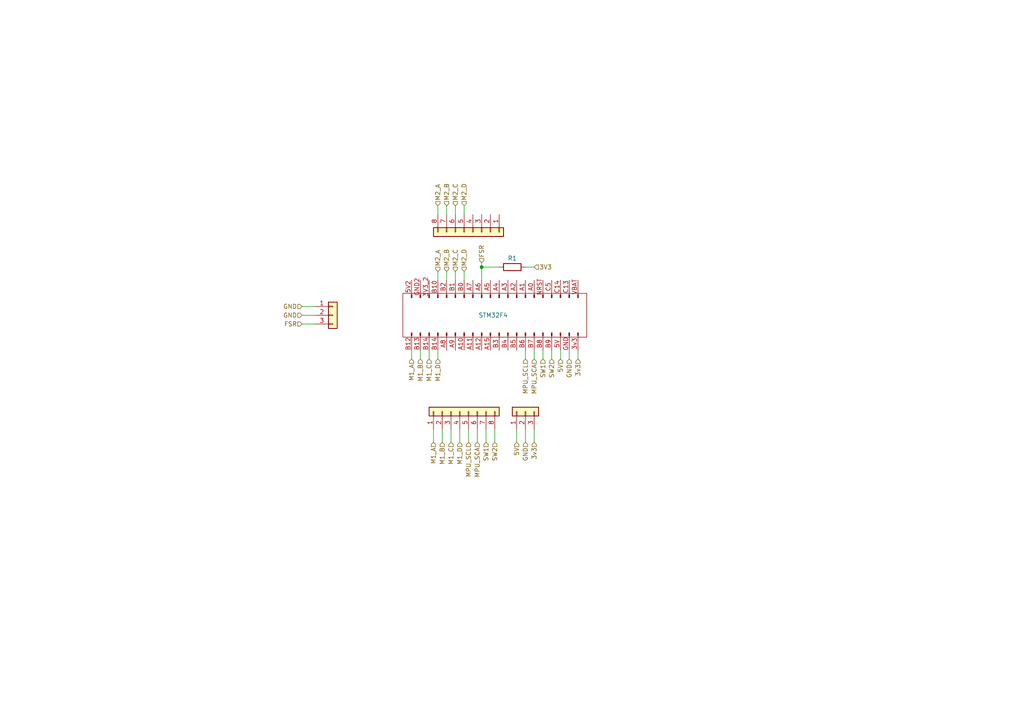
<source format=kicad_sch>
(kicad_sch (version 20230121) (generator eeschema)
  (paper "A4")
  (lib_symbols
    (symbol "Conn_01x20_Pin_STM32F401_A_1" (pin_names (offset 1.016) hide)
      (property "Reference" "STM32F401" (at 13.97 33.02 0))
      (symbol "Conn_01x20_Pin_STM32F401_A_1_0_1"
        (rectangle (start 2.54 25.4) (end 15.24 -27.94))
      )
      (symbol "Conn_01x20_Pin_STM32F401_A_1_1_1"
        (polyline (pts (xy 2.54 -25.4) (xy 2.9464 -25.4)) (stroke (width 0.1524)))
        (polyline (pts (xy 2.54 -22.86) (xy 2.9464 -22.86)) (stroke (width 0.1524)))
        (polyline (pts (xy 2.54 -20.32) (xy 2.9464 -20.32)) (stroke (width 0.1524)))
        (polyline (pts (xy 2.54 -17.78) (xy 2.9464 -17.78)) (stroke (width 0.1524)))
        (polyline (pts (xy 2.54 -15.24) (xy 2.9464 -15.24)) (stroke (width 0.1524)))
        (polyline (pts (xy 2.54 -12.7) (xy 2.9464 -12.7)) (stroke (width 0.1524)))
        (polyline (pts (xy 2.54 -10.16) (xy 2.9464 -10.16)) (stroke (width 0.1524)))
        (polyline (pts (xy 2.54 -7.62) (xy 2.9464 -7.62)) (stroke (width 0.1524)))
        (polyline (pts (xy 2.54 -5.08) (xy 2.9464 -5.08)) (stroke (width 0.1524)))
        (polyline (pts (xy 2.54 -2.54) (xy 2.9464 -2.54)) (stroke (width 0.1524)))
        (polyline (pts (xy 2.54 0) (xy 2.9464 0)) (stroke (width 0.1524)))
        (polyline (pts (xy 2.54 2.54) (xy 2.9464 2.54)) (stroke (width 0.1524)))
        (polyline (pts (xy 2.54 5.08) (xy 2.9464 5.08)) (stroke (width 0.1524)))
        (polyline (pts (xy 2.54 7.62) (xy 2.9464 7.62)) (stroke (width 0.1524)))
        (polyline (pts (xy 2.54 10.16) (xy 2.9464 10.16)) (stroke (width 0.1524)))
        (polyline (pts (xy 2.54 12.7) (xy 2.9464 12.7)) (stroke (width 0.1524)))
        (polyline (pts (xy 2.54 15.24) (xy 2.9464 15.24)) (stroke (width 0.1524)))
        (polyline (pts (xy 2.54 17.78) (xy 2.9464 17.78)) (stroke (width 0.1524)))
        (polyline (pts (xy 2.54 20.32) (xy 2.9464 20.32)) (stroke (width 0.1524)))
        (polyline (pts (xy 2.54 22.86) (xy 2.9464 22.86)) (stroke (width 0.1524)))
        (polyline (pts (xy 15.24 -25.4) (xy 14.8336 -25.4)) (stroke (width 0.1524)))
        (polyline (pts (xy 15.24 -22.86) (xy 14.8336 -22.86)) (stroke (width 0.1524)))
        (polyline (pts (xy 15.24 -20.32) (xy 14.8336 -20.32)) (stroke (width 0.1524)))
        (polyline (pts (xy 15.24 -17.78) (xy 14.8336 -17.78)) (stroke (width 0.1524)))
        (polyline (pts (xy 15.24 -15.24) (xy 14.8336 -15.24)) (stroke (width 0.1524)))
        (polyline (pts (xy 15.24 -12.7) (xy 14.8336 -12.7)) (stroke (width 0.1524)))
        (polyline (pts (xy 15.24 -10.16) (xy 14.8336 -10.16)) (stroke (width 0.1524)))
        (polyline (pts (xy 15.24 -7.62) (xy 14.8336 -7.62)) (stroke (width 0.1524)))
        (polyline (pts (xy 15.24 -5.08) (xy 14.8336 -5.08)) (stroke (width 0.1524)))
        (polyline (pts (xy 15.24 -2.54) (xy 14.8336 -2.54)) (stroke (width 0.1524)))
        (polyline (pts (xy 15.24 0) (xy 14.8336 0)) (stroke (width 0.1524)))
        (polyline (pts (xy 15.24 2.54) (xy 14.8336 2.54)) (stroke (width 0.1524)))
        (polyline (pts (xy 15.24 5.08) (xy 14.8336 5.08)) (stroke (width 0.1524)))
        (polyline (pts (xy 15.24 7.62) (xy 14.8336 7.62)) (stroke (width 0.1524)))
        (polyline (pts (xy 15.24 10.16) (xy 14.8336 10.16)) (stroke (width 0.1524)))
        (polyline (pts (xy 15.24 12.7) (xy 14.8336 12.7)) (stroke (width 0.1524)))
        (polyline (pts (xy 15.24 15.24) (xy 14.8336 15.24)) (stroke (width 0.1524)))
        (polyline (pts (xy 15.24 17.78) (xy 14.8336 17.78)) (stroke (width 0.1524)))
        (polyline (pts (xy 15.24 20.32) (xy 14.8336 20.32)) (stroke (width 0.1524)))
        (polyline (pts (xy 15.24 22.86) (xy 14.8336 22.86)) (stroke (width 0.1524)))
        (rectangle (start 3.81 -25.527) (end 2.9464 -25.273) (stroke (width 0.1524)) (fill (type outline)))
        (rectangle (start 3.81 -22.987) (end 2.9464 -22.733) (stroke (width 0.1524)) (fill (type outline)))
        (rectangle (start 3.81 -20.447) (end 2.9464 -20.193) (stroke (width 0.1524)) (fill (type outline)))
        (rectangle (start 3.81 -17.907) (end 2.9464 -17.653) (stroke (width 0.1524)) (fill (type outline)))
        (rectangle (start 3.81 -15.367) (end 2.9464 -15.113) (stroke (width 0.1524)) (fill (type outline)))
        (rectangle (start 3.81 -12.827) (end 2.9464 -12.573) (stroke (width 0.1524)) (fill (type outline)))
        (rectangle (start 3.81 -10.287) (end 2.9464 -10.033) (stroke (width 0.1524)) (fill (type outline)))
        (rectangle (start 3.81 -7.747) (end 2.9464 -7.493) (stroke (width 0.1524)) (fill (type outline)))
        (rectangle (start 3.81 -5.207) (end 2.9464 -4.953) (stroke (width 0.1524)) (fill (type outline)))
        (rectangle (start 3.81 -2.667) (end 2.9464 -2.413) (stroke (width 0.1524)) (fill (type outline)))
        (rectangle (start 3.81 -0.127) (end 2.9464 0.127) (stroke (width 0.1524)) (fill (type outline)))
        (rectangle (start 3.81 2.413) (end 2.9464 2.667) (stroke (width 0.1524)) (fill (type outline)))
        (rectangle (start 3.81 4.953) (end 2.9464 5.207) (stroke (width 0.1524)) (fill (type outline)))
        (rectangle (start 3.81 7.493) (end 2.9464 7.747) (stroke (width 0.1524)) (fill (type outline)))
        (rectangle (start 3.81 10.033) (end 2.9464 10.287) (stroke (width 0.1524)) (fill (type outline)))
        (rectangle (start 3.81 12.573) (end 2.9464 12.827) (stroke (width 0.1524)) (fill (type outline)))
        (rectangle (start 3.81 15.113) (end 2.9464 15.367) (stroke (width 0.1524)) (fill (type outline)))
        (rectangle (start 3.81 17.653) (end 2.9464 17.907) (stroke (width 0.1524)) (fill (type outline)))
        (rectangle (start 3.81 20.193) (end 2.9464 20.447) (stroke (width 0.1524)) (fill (type outline)))
        (rectangle (start 3.81 22.733) (end 2.9464 22.987) (stroke (width 0.1524)) (fill (type outline)))
        (rectangle (start 14.8336 -25.273) (end 13.97 -25.527) (stroke (width 0.1524)) (fill (type outline)))
        (rectangle (start 14.8336 -22.733) (end 13.97 -22.987) (stroke (width 0.1524)) (fill (type outline)))
        (rectangle (start 14.8336 -20.193) (end 13.97 -20.447) (stroke (width 0.1524)) (fill (type outline)))
        (rectangle (start 14.8336 -17.653) (end 13.97 -17.907) (stroke (width 0.1524)) (fill (type outline)))
        (rectangle (start 14.8336 -15.113) (end 13.97 -15.367) (stroke (width 0.1524)) (fill (type outline)))
        (rectangle (start 14.8336 -12.573) (end 13.97 -12.827) (stroke (width 0.1524)) (fill (type outline)))
        (rectangle (start 14.8336 -10.033) (end 13.97 -10.287) (stroke (width 0.1524)) (fill (type outline)))
        (rectangle (start 14.8336 -7.493) (end 13.97 -7.747) (stroke (width 0.1524)) (fill (type outline)))
        (rectangle (start 14.8336 -4.953) (end 13.97 -5.207) (stroke (width 0.1524)) (fill (type outline)))
        (rectangle (start 14.8336 -2.413) (end 13.97 -2.667) (stroke (width 0.1524)) (fill (type outline)))
        (rectangle (start 14.8336 0.127) (end 13.97 -0.127) (stroke (width 0.1524)) (fill (type outline)))
        (rectangle (start 14.8336 2.667) (end 13.97 2.413) (stroke (width 0.1524)) (fill (type outline)))
        (rectangle (start 14.8336 5.207) (end 13.97 4.953) (stroke (width 0.1524)) (fill (type outline)))
        (rectangle (start 14.8336 7.747) (end 13.97 7.493) (stroke (width 0.1524)) (fill (type outline)))
        (rectangle (start 14.8336 10.287) (end 13.97 10.033) (stroke (width 0.1524)) (fill (type outline)))
        (rectangle (start 14.8336 12.827) (end 13.97 12.573) (stroke (width 0.1524)) (fill (type outline)))
        (rectangle (start 14.8336 15.367) (end 13.97 15.113) (stroke (width 0.1524)) (fill (type outline)))
        (rectangle (start 14.8336 17.907) (end 13.97 17.653) (stroke (width 0.1524)) (fill (type outline)))
        (rectangle (start 14.8336 20.447) (end 13.97 20.193) (stroke (width 0.1524)) (fill (type outline)))
        (rectangle (start 14.8336 22.987) (end 13.97 22.733) (stroke (width 0.1524)) (fill (type outline)))
        (pin passive line (at 19.05 17.78 180) (length 3.81) (name "Pin_23") (number "3V3_2"))
        (pin passive line (at -1.27 -25.4 0) (length 3.81) (name "Pin_20") (number "3v3"))
        (pin passive line (at -1.27 -20.32 0) (length 3.81) (name "Pin_18") (number "5V"))
        (pin passive line (at 19.05 22.86 180) (length 3.81) (name "Pin_21") (number "5V2"))
        (pin passive line (at 19.05 -12.7 180) (length 3.81) (name "Pin_35") (number "A0"))
        (pin passive line (at 19.05 -10.16 180) (length 3.81) (name "Pin_34") (number "A1"))
        (pin passive line (at -1.27 7.62 0) (length 3.81) (name "Pin_7") (number "A10"))
        (pin passive line (at -1.27 5.08 0) (length 3.81) (name "Pin_8") (number "A11"))
        (pin passive line (at -1.27 2.54 0) (length 3.81) (name "Pin_9") (number "A12"))
        (pin passive line (at -1.27 0 0) (length 3.81) (name "A15") (number "A15"))
        (pin passive line (at 19.05 -7.62 180) (length 3.81) (name "Pin_33") (number "A2"))
        (pin passive line (at 19.05 -5.08 180) (length 3.81) (name "Pin_32") (number "A3"))
        (pin passive line (at 19.05 -2.54 180) (length 3.81) (name "Pin_31") (number "A4"))
        (pin passive line (at 19.05 0 180) (length 3.81) (name "Pin_20") (number "A5"))
        (pin passive line (at 19.05 2.54 180) (length 3.81) (name "Pin_29") (number "A6"))
        (pin passive line (at 19.05 5.08 180) (length 3.81) (name "Pin_28") (number "A7"))
        (pin passive line (at -1.27 12.7 0) (length 3.81) (name "Pin_5") (number "A8"))
        (pin passive line (at -1.27 10.16 0) (length 3.81) (name "Pin_6") (number "A9"))
        (pin passive line (at 19.05 7.62 180) (length 3.81) (name "Pin_27") (number "B0"))
        (pin passive line (at 19.05 10.16 180) (length 3.81) (name "Pin_26") (number "B1"))
        (pin passive line (at 19.05 15.24 180) (length 3.81) (name "Pin_24") (number "B10"))
        (pin passive line (at -1.27 22.86 0) (length 3.81) (name "Pin_1") (number "B12"))
        (pin passive line (at -1.27 20.32 0) (length 3.81) (name "Pin_2") (number "B13"))
        (pin passive line (at -1.27 17.78 0) (length 3.81) (name "Pin_3") (number "B14"))
        (pin passive line (at -1.27 15.24 0) (length 3.81) (name "Pin_4") (number "B14"))
        (pin passive line (at 19.05 12.7 180) (length 3.81) (name "Pin_25") (number "B2"))
        (pin passive line (at -1.27 -2.54 0) (length 3.81) (name "Pin_11") (number "B3"))
        (pin passive line (at -1.27 -5.08 0) (length 3.81) (name "Pin_12") (number "B4"))
        (pin passive line (at -1.27 -7.62 0) (length 3.81) (name "Pin_13") (number "B5"))
        (pin passive line (at -1.27 -10.16 0) (length 3.81) (name "Pin_14") (number "B6"))
        (pin passive line (at -1.27 -12.7 0) (length 3.81) (name "Pin_15") (number "B7"))
        (pin passive line (at -1.27 -15.24 0) (length 3.81) (name "Pin_16") (number "B8"))
        (pin passive line (at -1.27 -17.78 0) (length 3.81) (name "Pin_17") (number "B9"))
        (pin passive line (at 19.05 -22.86 180) (length 3.81) (name "Pin_39") (number "C13"))
        (pin passive line (at 19.05 -20.32 180) (length 3.81) (name "Pin_38") (number "C14"))
        (pin passive line (at 19.05 -17.78 180) (length 3.81) (name "Pin_37") (number "C5"))
        (pin passive line (at -1.27 -22.86 0) (length 3.81) (name "Pin_19") (number "GND"))
        (pin passive line (at 19.05 20.32 180) (length 3.81) (name "Pin_22") (number "GND2"))
        (pin passive line (at 19.05 -15.24 180) (length 3.81) (name "Pin_36") (number "NRST"))
        (pin passive line (at 19.05 -25.4 180) (length 3.81) (name "Pin_40") (number "VBAT"))
      )
    )
    (symbol "Connector_Generic:Conn_01x03" (pin_names (offset 1.016) hide)
      (property "Reference" "J" (at 0 5.08 0))
      (property "Value" "Conn_01x03" (at 0 -5.08 0))
      (symbol "Conn_01x03_1_1"
        (rectangle (start -1.27 -2.413) (end 0 -2.667) (stroke (width 0.1524)))
        (rectangle (start -1.27 0.127) (end 0 -0.127) (stroke (width 0.1524)))
        (rectangle (start -1.27 2.667) (end 0 2.413) (stroke (width 0.1524)))
        (rectangle (start -1.27 3.81) (end 1.27 -3.81) (stroke (width 0.254)) (fill (type background)))
        (pin passive line (at -5.08 2.54 0) (length 3.81) (name "Pin_1") (number "1"))
        (pin passive line (at -5.08 0 0) (length 3.81) (name "Pin_2") (number "2"))
        (pin passive line (at -5.08 -2.54 0) (length 3.81) (name "Pin_3") (number "3"))
      )
    )
    (symbol "Connector_Generic:Conn_01x08" (pin_names (offset 1.016) hide)
      (property "Reference" "J" (at 0 10.16 0))
      (property "Value" "Conn_01x08" (at 0 -12.7 0))
      (symbol "Conn_01x08_1_1"
        (rectangle (start -1.27 -10.033) (end 0 -10.287) (stroke (width 0.1524)))
        (rectangle (start -1.27 -7.493) (end 0 -7.747) (stroke (width 0.1524)))
        (rectangle (start -1.27 -4.953) (end 0 -5.207) (stroke (width 0.1524)))
        (rectangle (start -1.27 -2.413) (end 0 -2.667) (stroke (width 0.1524)))
        (rectangle (start -1.27 0.127) (end 0 -0.127) (stroke (width 0.1524)))
        (rectangle (start -1.27 2.667) (end 0 2.413) (stroke (width 0.1524)))
        (rectangle (start -1.27 5.207) (end 0 4.953) (stroke (width 0.1524)))
        (rectangle (start -1.27 7.747) (end 0 7.493) (stroke (width 0.1524)))
        (rectangle (start -1.27 8.89) (end 1.27 -11.43) (stroke (width 0.254)) (fill (type background)))
        (pin passive line (at -5.08 7.62 0) (length 3.81) (name "Pin_1") (number "1"))
        (pin passive line (at -5.08 5.08 0) (length 3.81) (name "Pin_2") (number "2"))
        (pin passive line (at -5.08 2.54 0) (length 3.81) (name "Pin_3") (number "3"))
        (pin passive line (at -5.08 0 0) (length 3.81) (name "Pin_4") (number "4"))
        (pin passive line (at -5.08 -2.54 0) (length 3.81) (name "Pin_5") (number "5"))
        (pin passive line (at -5.08 -5.08 0) (length 3.81) (name "Pin_6") (number "6"))
        (pin passive line (at -5.08 -7.62 0) (length 3.81) (name "Pin_7") (number "7"))
        (pin passive line (at -5.08 -10.16 0) (length 3.81) (name "Pin_8") (number "8"))
      )
    )
    (symbol "Device:R" (pin_numbers hide) (pin_names (offset 0))
      (property "Reference" "R" (at 2.032 0 90))
      (property "Value" "R" (at 0 0 90))
      (symbol "R_0_1"
        (rectangle (start -1.016 -2.54) (end 1.016 2.54) (stroke (width 0.254)))
      )
      (symbol "R_1_1"
        (pin passive line (at 0 3.81 270) (length 1.27) (name "~") (number "1"))
        (pin passive line (at 0 -3.81 90) (length 1.27) (name "~") (number "2"))
      )
    )
  )
  (junction (at 139.7 77.47))
  (wire (pts (xy 132.08 59.69) (xy 132.08 62.23)))
  (wire (pts (xy 127 101.6) (xy 127 104.14)))
  (wire (pts (xy 149.86 124.46) (xy 149.86 128.27)))
  (wire (pts (xy 130.81 124.46) (xy 130.81 128.27)))
  (wire (pts (xy 139.7 77.47) (xy 139.7 81.28)))
  (wire (pts (xy 139.7 77.47) (xy 144.78 77.47)))
  (wire (pts (xy 129.54 59.69) (xy 129.54 62.23)))
  (wire (pts (xy 133.35 124.46) (xy 133.35 128.27)))
  (wire (pts (xy 125.73 124.46) (xy 125.73 128.27)))
  (wire (pts (xy 134.62 78.74) (xy 134.62 81.28)))
  (wire (pts (xy 167.64 101.6) (xy 167.64 104.14)))
  (wire (pts (xy 134.62 59.69) (xy 134.62 62.23)))
  (wire (pts (xy 124.46 101.6) (xy 124.46 104.14)))
  (wire (pts (xy 87.63 91.44) (xy 91.44 91.44)))
  (wire (pts (xy 138.43 124.46) (xy 138.43 128.27)))
  (wire (pts (xy 139.7 76.2) (xy 139.7 77.47)))
  (wire (pts (xy 154.94 124.46) (xy 154.94 128.27)))
  (wire (pts (xy 127 59.69) (xy 127 62.23)))
  (wire (pts (xy 152.4 101.6) (xy 152.4 104.14)))
  (wire (pts (xy 119.38 101.6) (xy 119.38 104.14)))
  (wire (pts (xy 157.48 101.6) (xy 157.48 104.14)))
  (wire (pts (xy 132.08 78.74) (xy 132.08 81.28)))
  (wire (pts (xy 162.56 101.6) (xy 162.56 104.14)))
  (wire (pts (xy 129.54 78.74) (xy 129.54 81.28)))
  (wire (pts (xy 135.89 124.46) (xy 135.89 128.27)))
  (wire (pts (xy 87.63 93.98) (xy 91.44 93.98)))
  (wire (pts (xy 121.92 101.6) (xy 121.92 104.14)))
  (wire (pts (xy 165.1 101.6) (xy 165.1 104.14)))
  (wire (pts (xy 152.4 77.47) (xy 154.94 77.47)))
  (wire (pts (xy 140.97 124.46) (xy 140.97 128.27)))
  (wire (pts (xy 154.94 101.6) (xy 154.94 104.14)))
  (wire (pts (xy 128.27 124.46) (xy 128.27 128.27)))
  (wire (pts (xy 87.63 88.9) (xy 91.44 88.9)))
  (wire (pts (xy 143.51 124.46) (xy 143.51 128.27)))
  (wire (pts (xy 160.02 101.6) (xy 160.02 104.14)))
  (wire (pts (xy 127 78.74) (xy 127 81.28)))
  (wire (pts (xy 152.4 124.46) (xy 152.4 128.27)))
  (hierarchical_label "5V" (shape input) (at 162.56 104.14 270))
  (hierarchical_label "M2_C" (shape input) (at 132.08 78.74 90))
  (hierarchical_label "3V3" (shape input) (at 154.94 77.47 0))
  (hierarchical_label "M1_A" (shape input) (at 119.38 104.14 270))
  (hierarchical_label "M1_B" (shape input) (at 128.27 128.27 270))
  (hierarchical_label "M2_A" (shape input) (at 127 59.69 90))
  (hierarchical_label "M1_B" (shape input) (at 121.92 104.14 270))
  (hierarchical_label "M2_C" (shape input) (at 132.08 59.69 90))
  (hierarchical_label "MPU_SCA" (shape input) (at 154.94 104.14 270))
  (hierarchical_label "M1_D" (shape input) (at 127 104.14 270))
  (hierarchical_label "GND" (shape input) (at 152.4 128.27 270))
  (hierarchical_label "MPU_SCL" (shape input) (at 135.89 128.27 270))
  (hierarchical_label "M2_A" (shape input) (at 127 78.74 90))
  (hierarchical_label "M1_D" (shape input) (at 133.35 128.27 270))
  (hierarchical_label "M2_B" (shape input) (at 129.54 78.74 90))
  (hierarchical_label "GND" (shape input) (at 165.1 104.14 270))
  (hierarchical_label "FSR" (shape input) (at 87.63 93.98 180))
  (hierarchical_label "GND" (shape input) (at 87.63 88.9 180))
  (hierarchical_label "M2_D" (shape input) (at 134.62 78.74 90))
  (hierarchical_label "M1_C" (shape input) (at 124.46 104.14 270))
  (hierarchical_label "3v3" (shape input) (at 154.94 128.27 270))
  (hierarchical_label "SW2" (shape input) (at 160.02 104.14 270))
  (hierarchical_label "SW2" (shape input) (at 143.51 128.27 270))
  (hierarchical_label "GND" (shape input) (at 87.63 91.44 180))
  (hierarchical_label "MPU_SCL" (shape input) (at 152.4 104.14 270))
  (hierarchical_label "SW1" (shape input) (at 140.97 128.27 270))
  (hierarchical_label "M1_C" (shape input) (at 130.81 128.27 270))
  (hierarchical_label "FSR" (shape input) (at 139.7 76.2 90))
  (hierarchical_label "MPU_SCA" (shape input) (at 138.43 128.27 270))
  (hierarchical_label "M1_A" (shape input) (at 125.73 128.27 270))
  (hierarchical_label "SW1" (shape input) (at 157.48 104.14 270))
  (hierarchical_label "M2_D" (shape input) (at 134.62 59.69 90))
  (hierarchical_label "5V" (shape input) (at 149.86 128.27 270))
  (hierarchical_label "M2_B" (shape input) (at 129.54 59.69 90))
  (hierarchical_label "3v3" (shape input) (at 167.64 104.14 270))
  (symbol (lib_name "Conn_01x20_Pin_STM32F401_A_1") (lib_id "Connector_STM32:Conn_01x20_Pin_STM32F401_A") (at 142.24 100.33 90) (unit 1)
    (property "Reference" "STM32F4" (at 147.32 91.44 90) (effects (justify left)))
    (property "Value" "Conn_01x20_Pin" (effects hide))
  )
  (symbol (lib_id "Connector_Generic:Conn_01x08") (at 137.16 67.31 270) (unit 1)
    (property "Reference" "J4" (effects hide))
    (property "Value" "Conn_01x08" (effects hide))
  )
  (symbol (lib_id "Device:R") (at 148.59 77.47 90) (unit 1)
    (property "Reference" "R1" (at 148.59 74.93 90))
    (property "Value" "R" (effects hide))
  )
  (symbol (lib_id "Connector_Generic:Conn_01x08") (at 133.35 119.38 90) (unit 1)
    (property "Reference" "J5" (effects hide))
    (property "Value" "Conn_01x08" (effects hide))
  )
  (symbol (lib_id "Connector_Generic:Conn_01x03") (at 152.4 119.38 90) (unit 1)
    (property "Reference" "J3" (effects hide))
    (property "Value" "Conn_01x03" (effects hide))
  )
  (symbol (lib_id "Connector_Generic:Conn_01x03") (at 96.52 91.44 0) (unit 1)
    (property "Reference" "J2" (effects hide))
    (property "Value" "Conn_01x03" (effects hide))
  )
)
</source>
